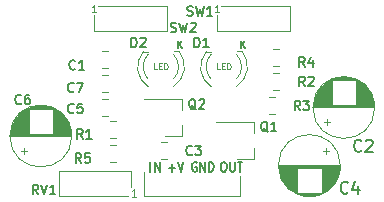
<source format=gbr>
%TF.GenerationSoftware,KiCad,Pcbnew,(5.99.0-2965-g3673c2369)*%
%TF.CreationDate,2020-08-27T12:58:16+03:00*%
%TF.ProjectId,aceitera,61636569-7465-4726-912e-6b696361645f,rev?*%
%TF.SameCoordinates,Original*%
%TF.FileFunction,Legend,Top*%
%TF.FilePolarity,Positive*%
%FSLAX46Y46*%
G04 Gerber Fmt 4.6, Leading zero omitted, Abs format (unit mm)*
G04 Created by KiCad (PCBNEW (5.99.0-2965-g3673c2369)) date 2020-08-27 12:58:16*
%MOMM*%
%LPD*%
G01*
G04 APERTURE LIST*
%ADD10C,0.127000*%
%ADD11C,0.100000*%
%ADD12C,0.150000*%
%ADD13C,0.120000*%
%ADD14O,1.350000X1.350000*%
%ADD15R,1.350000X1.350000*%
%ADD16C,1.600000*%
%ADD17R,1.600000X1.600000*%
%ADD18R,1.900000X0.800000*%
%ADD19C,1.800000*%
%ADD20R,1.800000X1.800000*%
G04 APERTURE END LIST*
D10*
%TO.C,SW2*%
X115138333Y-77158809D02*
X115252619Y-77196904D01*
X115443095Y-77196904D01*
X115519285Y-77158809D01*
X115557380Y-77120714D01*
X115595476Y-77044523D01*
X115595476Y-76968333D01*
X115557380Y-76892142D01*
X115519285Y-76854047D01*
X115443095Y-76815952D01*
X115290714Y-76777857D01*
X115214523Y-76739761D01*
X115176428Y-76701666D01*
X115138333Y-76625476D01*
X115138333Y-76549285D01*
X115176428Y-76473095D01*
X115214523Y-76435000D01*
X115290714Y-76396904D01*
X115481190Y-76396904D01*
X115595476Y-76435000D01*
X115862142Y-76396904D02*
X116052619Y-77196904D01*
X116205000Y-76625476D01*
X116357380Y-77196904D01*
X116547857Y-76396904D01*
X116814523Y-76473095D02*
X116852619Y-76435000D01*
X116928809Y-76396904D01*
X117119285Y-76396904D01*
X117195476Y-76435000D01*
X117233571Y-76473095D01*
X117271666Y-76549285D01*
X117271666Y-76625476D01*
X117233571Y-76739761D01*
X116776428Y-77196904D01*
X117271666Y-77196904D01*
D11*
X108807228Y-75531628D02*
X108464371Y-75531628D01*
X108635800Y-75531628D02*
X108635800Y-74931628D01*
X108578657Y-75017342D01*
X108521514Y-75074485D01*
X108464371Y-75103057D01*
D10*
%TO.C,SW1*%
X116535333Y-75761809D02*
X116649619Y-75799904D01*
X116840095Y-75799904D01*
X116916285Y-75761809D01*
X116954380Y-75723714D01*
X116992476Y-75647523D01*
X116992476Y-75571333D01*
X116954380Y-75495142D01*
X116916285Y-75457047D01*
X116840095Y-75418952D01*
X116687714Y-75380857D01*
X116611523Y-75342761D01*
X116573428Y-75304666D01*
X116535333Y-75228476D01*
X116535333Y-75152285D01*
X116573428Y-75076095D01*
X116611523Y-75038000D01*
X116687714Y-74999904D01*
X116878190Y-74999904D01*
X116992476Y-75038000D01*
X117259142Y-74999904D02*
X117449619Y-75799904D01*
X117602000Y-75228476D01*
X117754380Y-75799904D01*
X117944857Y-74999904D01*
X118668666Y-75799904D02*
X118211523Y-75799904D01*
X118440095Y-75799904D02*
X118440095Y-74999904D01*
X118363904Y-75114190D01*
X118287714Y-75190380D01*
X118211523Y-75228476D01*
D11*
X119221228Y-75531628D02*
X118878371Y-75531628D01*
X119049800Y-75531628D02*
X119049800Y-74931628D01*
X118992657Y-75017342D01*
X118935514Y-75074485D01*
X118878371Y-75103057D01*
D10*
%TO.C,RV1*%
X103917809Y-90912904D02*
X103651142Y-90531952D01*
X103460666Y-90912904D02*
X103460666Y-90112904D01*
X103765428Y-90112904D01*
X103841619Y-90151000D01*
X103879714Y-90189095D01*
X103917809Y-90265285D01*
X103917809Y-90379571D01*
X103879714Y-90455761D01*
X103841619Y-90493857D01*
X103765428Y-90531952D01*
X103460666Y-90531952D01*
X104146380Y-90112904D02*
X104413047Y-90912904D01*
X104679714Y-90112904D01*
X105365428Y-90912904D02*
X104908285Y-90912904D01*
X105136857Y-90912904D02*
X105136857Y-90112904D01*
X105060666Y-90227190D01*
X104984476Y-90303380D01*
X104908285Y-90341476D01*
D11*
X112185428Y-91127228D02*
X111842571Y-91127228D01*
X112014000Y-91127228D02*
X112014000Y-90527228D01*
X111956857Y-90612942D01*
X111899714Y-90670085D01*
X111842571Y-90698657D01*
D10*
%TO.C,J1*%
X114977933Y-88703142D02*
X115511266Y-88703142D01*
X115244600Y-89007904D02*
X115244600Y-88398380D01*
X115744600Y-88207904D02*
X115977933Y-89007904D01*
X116211266Y-88207904D01*
X117322666Y-88246000D02*
X117256000Y-88207904D01*
X117156000Y-88207904D01*
X117056000Y-88246000D01*
X116989333Y-88322190D01*
X116956000Y-88398380D01*
X116922666Y-88550761D01*
X116922666Y-88665047D01*
X116956000Y-88817428D01*
X116989333Y-88893619D01*
X117056000Y-88969809D01*
X117156000Y-89007904D01*
X117222666Y-89007904D01*
X117322666Y-88969809D01*
X117356000Y-88931714D01*
X117356000Y-88665047D01*
X117222666Y-88665047D01*
X117656000Y-89007904D02*
X117656000Y-88207904D01*
X118056000Y-89007904D01*
X118056000Y-88207904D01*
X118389333Y-89007904D02*
X118389333Y-88207904D01*
X118556000Y-88207904D01*
X118656000Y-88246000D01*
X118722666Y-88322190D01*
X118756000Y-88398380D01*
X118789333Y-88550761D01*
X118789333Y-88665047D01*
X118756000Y-88817428D01*
X118722666Y-88893619D01*
X118656000Y-88969809D01*
X118556000Y-89007904D01*
X118389333Y-89007904D01*
X113398352Y-89007904D02*
X113398352Y-88207904D01*
X113779304Y-89007904D02*
X113779304Y-88207904D01*
X114236447Y-89007904D01*
X114236447Y-88207904D01*
X119569000Y-88207904D02*
X119702333Y-88207904D01*
X119769000Y-88246000D01*
X119835666Y-88322190D01*
X119869000Y-88474571D01*
X119869000Y-88741238D01*
X119835666Y-88893619D01*
X119769000Y-88969809D01*
X119702333Y-89007904D01*
X119569000Y-89007904D01*
X119502333Y-88969809D01*
X119435666Y-88893619D01*
X119402333Y-88741238D01*
X119402333Y-88474571D01*
X119435666Y-88322190D01*
X119502333Y-88246000D01*
X119569000Y-88207904D01*
X120169000Y-88207904D02*
X120169000Y-88855523D01*
X120202333Y-88931714D01*
X120235666Y-88969809D01*
X120302333Y-89007904D01*
X120435666Y-89007904D01*
X120502333Y-88969809D01*
X120535666Y-88931714D01*
X120569000Y-88855523D01*
X120569000Y-88207904D01*
X120802333Y-88207904D02*
X121202333Y-88207904D01*
X121002333Y-89007904D02*
X121002333Y-88207904D01*
D12*
%TO.C,C5*%
X106927666Y-83978714D02*
X106889571Y-84016809D01*
X106775285Y-84054904D01*
X106699095Y-84054904D01*
X106584809Y-84016809D01*
X106508619Y-83940619D01*
X106470523Y-83864428D01*
X106432428Y-83712047D01*
X106432428Y-83597761D01*
X106470523Y-83445380D01*
X106508619Y-83369190D01*
X106584809Y-83293000D01*
X106699095Y-83254904D01*
X106775285Y-83254904D01*
X106889571Y-83293000D01*
X106927666Y-83331095D01*
X107651476Y-83254904D02*
X107270523Y-83254904D01*
X107232428Y-83635857D01*
X107270523Y-83597761D01*
X107346714Y-83559666D01*
X107537190Y-83559666D01*
X107613380Y-83597761D01*
X107651476Y-83635857D01*
X107689571Y-83712047D01*
X107689571Y-83902523D01*
X107651476Y-83978714D01*
X107613380Y-84016809D01*
X107537190Y-84054904D01*
X107346714Y-84054904D01*
X107270523Y-84016809D01*
X107232428Y-83978714D01*
%TO.C,C4*%
X130135333Y-90781142D02*
X130087714Y-90828761D01*
X129944857Y-90876380D01*
X129849619Y-90876380D01*
X129706761Y-90828761D01*
X129611523Y-90733523D01*
X129563904Y-90638285D01*
X129516285Y-90447809D01*
X129516285Y-90304952D01*
X129563904Y-90114476D01*
X129611523Y-90019238D01*
X129706761Y-89924000D01*
X129849619Y-89876380D01*
X129944857Y-89876380D01*
X130087714Y-89924000D01*
X130135333Y-89971619D01*
X130992476Y-90209714D02*
X130992476Y-90876380D01*
X130754380Y-89828761D02*
X130516285Y-90543047D01*
X131135333Y-90543047D01*
%TO.C,Q2*%
X117271809Y-83750095D02*
X117195619Y-83712000D01*
X117119428Y-83635809D01*
X117005142Y-83521523D01*
X116928952Y-83483428D01*
X116852761Y-83483428D01*
X116890857Y-83673904D02*
X116814666Y-83635809D01*
X116738476Y-83559619D01*
X116700380Y-83407238D01*
X116700380Y-83140571D01*
X116738476Y-82988190D01*
X116814666Y-82912000D01*
X116890857Y-82873904D01*
X117043238Y-82873904D01*
X117119428Y-82912000D01*
X117195619Y-82988190D01*
X117233714Y-83140571D01*
X117233714Y-83407238D01*
X117195619Y-83559619D01*
X117119428Y-83635809D01*
X117043238Y-83673904D01*
X116890857Y-83673904D01*
X117538476Y-82950095D02*
X117576571Y-82912000D01*
X117652761Y-82873904D01*
X117843238Y-82873904D01*
X117919428Y-82912000D01*
X117957523Y-82950095D01*
X117995619Y-83026285D01*
X117995619Y-83102476D01*
X117957523Y-83216761D01*
X117500380Y-83673904D01*
X117995619Y-83673904D01*
%TO.C,R3*%
X126104666Y-83800904D02*
X125838000Y-83419952D01*
X125647523Y-83800904D02*
X125647523Y-83000904D01*
X125952285Y-83000904D01*
X126028476Y-83039000D01*
X126066571Y-83077095D01*
X126104666Y-83153285D01*
X126104666Y-83267571D01*
X126066571Y-83343761D01*
X126028476Y-83381857D01*
X125952285Y-83419952D01*
X125647523Y-83419952D01*
X126371333Y-83000904D02*
X126866571Y-83000904D01*
X126599904Y-83305666D01*
X126714190Y-83305666D01*
X126790380Y-83343761D01*
X126828476Y-83381857D01*
X126866571Y-83458047D01*
X126866571Y-83648523D01*
X126828476Y-83724714D01*
X126790380Y-83762809D01*
X126714190Y-83800904D01*
X126485619Y-83800904D01*
X126409428Y-83762809D01*
X126371333Y-83724714D01*
%TO.C,R4*%
X126485666Y-80117904D02*
X126219000Y-79736952D01*
X126028523Y-80117904D02*
X126028523Y-79317904D01*
X126333285Y-79317904D01*
X126409476Y-79356000D01*
X126447571Y-79394095D01*
X126485666Y-79470285D01*
X126485666Y-79584571D01*
X126447571Y-79660761D01*
X126409476Y-79698857D01*
X126333285Y-79736952D01*
X126028523Y-79736952D01*
X127171380Y-79584571D02*
X127171380Y-80117904D01*
X126980904Y-79279809D02*
X126790428Y-79851238D01*
X127285666Y-79851238D01*
%TO.C,R2*%
X126485666Y-81768904D02*
X126219000Y-81387952D01*
X126028523Y-81768904D02*
X126028523Y-80968904D01*
X126333285Y-80968904D01*
X126409476Y-81007000D01*
X126447571Y-81045095D01*
X126485666Y-81121285D01*
X126485666Y-81235571D01*
X126447571Y-81311761D01*
X126409476Y-81349857D01*
X126333285Y-81387952D01*
X126028523Y-81387952D01*
X126790428Y-81045095D02*
X126828523Y-81007000D01*
X126904714Y-80968904D01*
X127095190Y-80968904D01*
X127171380Y-81007000D01*
X127209476Y-81045095D01*
X127247571Y-81121285D01*
X127247571Y-81197476D01*
X127209476Y-81311761D01*
X126752333Y-81768904D01*
X127247571Y-81768904D01*
%TO.C,C6*%
X102482666Y-83216714D02*
X102444571Y-83254809D01*
X102330285Y-83292904D01*
X102254095Y-83292904D01*
X102139809Y-83254809D01*
X102063619Y-83178619D01*
X102025523Y-83102428D01*
X101987428Y-82950047D01*
X101987428Y-82835761D01*
X102025523Y-82683380D01*
X102063619Y-82607190D01*
X102139809Y-82531000D01*
X102254095Y-82492904D01*
X102330285Y-82492904D01*
X102444571Y-82531000D01*
X102482666Y-82569095D01*
X103168380Y-82492904D02*
X103016000Y-82492904D01*
X102939809Y-82531000D01*
X102901714Y-82569095D01*
X102825523Y-82683380D01*
X102787428Y-82835761D01*
X102787428Y-83140523D01*
X102825523Y-83216714D01*
X102863619Y-83254809D01*
X102939809Y-83292904D01*
X103092190Y-83292904D01*
X103168380Y-83254809D01*
X103206476Y-83216714D01*
X103244571Y-83140523D01*
X103244571Y-82950047D01*
X103206476Y-82873857D01*
X103168380Y-82835761D01*
X103092190Y-82797666D01*
X102939809Y-82797666D01*
X102863619Y-82835761D01*
X102825523Y-82873857D01*
X102787428Y-82950047D01*
%TO.C,C2*%
X131278333Y-87225142D02*
X131230714Y-87272761D01*
X131087857Y-87320380D01*
X130992619Y-87320380D01*
X130849761Y-87272761D01*
X130754523Y-87177523D01*
X130706904Y-87082285D01*
X130659285Y-86891809D01*
X130659285Y-86748952D01*
X130706904Y-86558476D01*
X130754523Y-86463238D01*
X130849761Y-86368000D01*
X130992619Y-86320380D01*
X131087857Y-86320380D01*
X131230714Y-86368000D01*
X131278333Y-86415619D01*
X131659285Y-86415619D02*
X131706904Y-86368000D01*
X131802142Y-86320380D01*
X132040238Y-86320380D01*
X132135476Y-86368000D01*
X132183095Y-86415619D01*
X132230714Y-86510857D01*
X132230714Y-86606095D01*
X132183095Y-86748952D01*
X131611666Y-87320380D01*
X132230714Y-87320380D01*
%TO.C,R1*%
X107689666Y-86213904D02*
X107423000Y-85832952D01*
X107232523Y-86213904D02*
X107232523Y-85413904D01*
X107537285Y-85413904D01*
X107613476Y-85452000D01*
X107651571Y-85490095D01*
X107689666Y-85566285D01*
X107689666Y-85680571D01*
X107651571Y-85756761D01*
X107613476Y-85794857D01*
X107537285Y-85832952D01*
X107232523Y-85832952D01*
X108451571Y-86213904D02*
X107994428Y-86213904D01*
X108223000Y-86213904D02*
X108223000Y-85413904D01*
X108146809Y-85528190D01*
X108070619Y-85604380D01*
X107994428Y-85642476D01*
%TO.C,Q1*%
X123367809Y-85655095D02*
X123291619Y-85617000D01*
X123215428Y-85540809D01*
X123101142Y-85426523D01*
X123024952Y-85388428D01*
X122948761Y-85388428D01*
X122986857Y-85578904D02*
X122910666Y-85540809D01*
X122834476Y-85464619D01*
X122796380Y-85312238D01*
X122796380Y-85045571D01*
X122834476Y-84893190D01*
X122910666Y-84817000D01*
X122986857Y-84778904D01*
X123139238Y-84778904D01*
X123215428Y-84817000D01*
X123291619Y-84893190D01*
X123329714Y-85045571D01*
X123329714Y-85312238D01*
X123291619Y-85464619D01*
X123215428Y-85540809D01*
X123139238Y-85578904D01*
X122986857Y-85578904D01*
X124091619Y-85578904D02*
X123634476Y-85578904D01*
X123863047Y-85578904D02*
X123863047Y-84778904D01*
X123786857Y-84893190D01*
X123710666Y-84969380D01*
X123634476Y-85007476D01*
%TO.C,D2*%
X111804523Y-78466904D02*
X111804523Y-77666904D01*
X111995000Y-77666904D01*
X112109285Y-77705000D01*
X112185476Y-77781190D01*
X112223571Y-77857380D01*
X112261666Y-78009761D01*
X112261666Y-78124047D01*
X112223571Y-78276428D01*
X112185476Y-78352619D01*
X112109285Y-78428809D01*
X111995000Y-78466904D01*
X111804523Y-78466904D01*
X112566428Y-77743095D02*
X112604523Y-77705000D01*
X112680714Y-77666904D01*
X112871190Y-77666904D01*
X112947380Y-77705000D01*
X112985476Y-77743095D01*
X113023571Y-77819285D01*
X113023571Y-77895476D01*
X112985476Y-78009761D01*
X112528333Y-78466904D01*
X113023571Y-78466904D01*
D10*
X115717657Y-78528828D02*
X115717657Y-77928828D01*
X116060514Y-78528828D02*
X115803371Y-78185971D01*
X116060514Y-77928828D02*
X115717657Y-78271685D01*
D11*
X113978571Y-80363190D02*
X113740476Y-80363190D01*
X113740476Y-79863190D01*
X114145238Y-80101285D02*
X114311904Y-80101285D01*
X114383333Y-80363190D02*
X114145238Y-80363190D01*
X114145238Y-79863190D01*
X114383333Y-79863190D01*
X114597619Y-80363190D02*
X114597619Y-79863190D01*
X114716666Y-79863190D01*
X114788095Y-79887000D01*
X114835714Y-79934619D01*
X114859523Y-79982238D01*
X114883333Y-80077476D01*
X114883333Y-80148904D01*
X114859523Y-80244142D01*
X114835714Y-80291761D01*
X114788095Y-80339380D01*
X114716666Y-80363190D01*
X114597619Y-80363190D01*
D12*
%TO.C,C7*%
X106927666Y-82200714D02*
X106889571Y-82238809D01*
X106775285Y-82276904D01*
X106699095Y-82276904D01*
X106584809Y-82238809D01*
X106508619Y-82162619D01*
X106470523Y-82086428D01*
X106432428Y-81934047D01*
X106432428Y-81819761D01*
X106470523Y-81667380D01*
X106508619Y-81591190D01*
X106584809Y-81515000D01*
X106699095Y-81476904D01*
X106775285Y-81476904D01*
X106889571Y-81515000D01*
X106927666Y-81553095D01*
X107194333Y-81476904D02*
X107727666Y-81476904D01*
X107384809Y-82276904D01*
%TO.C,C1*%
X107054666Y-80295714D02*
X107016571Y-80333809D01*
X106902285Y-80371904D01*
X106826095Y-80371904D01*
X106711809Y-80333809D01*
X106635619Y-80257619D01*
X106597523Y-80181428D01*
X106559428Y-80029047D01*
X106559428Y-79914761D01*
X106597523Y-79762380D01*
X106635619Y-79686190D01*
X106711809Y-79610000D01*
X106826095Y-79571904D01*
X106902285Y-79571904D01*
X107016571Y-79610000D01*
X107054666Y-79648095D01*
X107816571Y-80371904D02*
X107359428Y-80371904D01*
X107588000Y-80371904D02*
X107588000Y-79571904D01*
X107511809Y-79686190D01*
X107435619Y-79762380D01*
X107359428Y-79800476D01*
%TO.C,R5*%
X107562666Y-88245904D02*
X107296000Y-87864952D01*
X107105523Y-88245904D02*
X107105523Y-87445904D01*
X107410285Y-87445904D01*
X107486476Y-87484000D01*
X107524571Y-87522095D01*
X107562666Y-87598285D01*
X107562666Y-87712571D01*
X107524571Y-87788761D01*
X107486476Y-87826857D01*
X107410285Y-87864952D01*
X107105523Y-87864952D01*
X108286476Y-87445904D02*
X107905523Y-87445904D01*
X107867428Y-87826857D01*
X107905523Y-87788761D01*
X107981714Y-87750666D01*
X108172190Y-87750666D01*
X108248380Y-87788761D01*
X108286476Y-87826857D01*
X108324571Y-87903047D01*
X108324571Y-88093523D01*
X108286476Y-88169714D01*
X108248380Y-88207809D01*
X108172190Y-88245904D01*
X107981714Y-88245904D01*
X107905523Y-88207809D01*
X107867428Y-88169714D01*
%TO.C,D1*%
X117138523Y-78466904D02*
X117138523Y-77666904D01*
X117329000Y-77666904D01*
X117443285Y-77705000D01*
X117519476Y-77781190D01*
X117557571Y-77857380D01*
X117595666Y-78009761D01*
X117595666Y-78124047D01*
X117557571Y-78276428D01*
X117519476Y-78352619D01*
X117443285Y-78428809D01*
X117329000Y-78466904D01*
X117138523Y-78466904D01*
X118357571Y-78466904D02*
X117900428Y-78466904D01*
X118129000Y-78466904D02*
X118129000Y-77666904D01*
X118052809Y-77781190D01*
X117976619Y-77857380D01*
X117900428Y-77895476D01*
D10*
X121051657Y-78528828D02*
X121051657Y-77928828D01*
X121394514Y-78528828D02*
X121137371Y-78185971D01*
X121394514Y-77928828D02*
X121051657Y-78271685D01*
D11*
X119312571Y-80363190D02*
X119074476Y-80363190D01*
X119074476Y-79863190D01*
X119479238Y-80101285D02*
X119645904Y-80101285D01*
X119717333Y-80363190D02*
X119479238Y-80363190D01*
X119479238Y-79863190D01*
X119717333Y-79863190D01*
X119931619Y-80363190D02*
X119931619Y-79863190D01*
X120050666Y-79863190D01*
X120122095Y-79887000D01*
X120169714Y-79934619D01*
X120193523Y-79982238D01*
X120217333Y-80077476D01*
X120217333Y-80148904D01*
X120193523Y-80244142D01*
X120169714Y-80291761D01*
X120122095Y-80339380D01*
X120050666Y-80363190D01*
X119931619Y-80363190D01*
D12*
%TO.C,C3*%
X116960666Y-87534714D02*
X116922571Y-87572809D01*
X116808285Y-87610904D01*
X116732095Y-87610904D01*
X116617809Y-87572809D01*
X116541619Y-87496619D01*
X116503523Y-87420428D01*
X116465428Y-87268047D01*
X116465428Y-87153761D01*
X116503523Y-87001380D01*
X116541619Y-86925190D01*
X116617809Y-86849000D01*
X116732095Y-86810904D01*
X116808285Y-86810904D01*
X116922571Y-86849000D01*
X116960666Y-86887095D01*
X117227333Y-86810904D02*
X117722571Y-86810904D01*
X117455904Y-87115666D01*
X117570190Y-87115666D01*
X117646380Y-87153761D01*
X117684476Y-87191857D01*
X117722571Y-87268047D01*
X117722571Y-87458523D01*
X117684476Y-87534714D01*
X117646380Y-87572809D01*
X117570190Y-87610904D01*
X117341619Y-87610904D01*
X117265428Y-87572809D01*
X117227333Y-87534714D01*
D13*
%TO.C,SW2*%
X108659219Y-77143834D02*
X108661200Y-75793600D01*
X108940600Y-75013000D02*
X114788000Y-75013000D01*
X108661200Y-77139800D02*
X114788000Y-77133000D01*
X114788000Y-77133000D02*
X114788000Y-75013000D01*
%TO.C,SW1*%
X119073219Y-77143834D02*
X119075200Y-75793600D01*
X119354600Y-75013000D02*
X125202000Y-75013000D01*
X119075200Y-77139800D02*
X125202000Y-77133000D01*
X125202000Y-77133000D02*
X125202000Y-75013000D01*
%TO.C,RV1*%
X111812781Y-88972166D02*
X111810800Y-90322400D01*
X111531400Y-91103000D02*
X105684000Y-91103000D01*
X111810800Y-88976200D02*
X105684000Y-88983000D01*
X105684000Y-88983000D02*
X105684000Y-91103000D01*
%TO.C,J1*%
X112903000Y-91121555D02*
X120979000Y-91121555D01*
X112915685Y-91110571D02*
X112915685Y-89020167D01*
X120979000Y-91103000D02*
X120980200Y-89382600D01*
%TO.C,C5*%
X109862252Y-82856000D02*
X109339748Y-82856000D01*
X109862252Y-84276000D02*
X109339748Y-84276000D01*
%TO.C,C4*%
X128520000Y-87249000D02*
X128020000Y-87249000D01*
X128270000Y-86999000D02*
X128270000Y-87499000D01*
X127157000Y-91100000D02*
X126589000Y-91100000D01*
X127391000Y-91060000D02*
X126355000Y-91060000D01*
X127550000Y-91020000D02*
X126196000Y-91020000D01*
X127678000Y-90980000D02*
X126068000Y-90980000D01*
X127788000Y-90940000D02*
X125958000Y-90940000D01*
X127884000Y-90900000D02*
X125862000Y-90900000D01*
X127971000Y-90860000D02*
X125775000Y-90860000D01*
X128051000Y-90820000D02*
X125695000Y-90820000D01*
X125833000Y-90780000D02*
X125622000Y-90780000D01*
X128124000Y-90780000D02*
X127913000Y-90780000D01*
X125833000Y-90740000D02*
X125554000Y-90740000D01*
X128192000Y-90740000D02*
X127913000Y-90740000D01*
X125833000Y-90700000D02*
X125490000Y-90700000D01*
X128256000Y-90700000D02*
X127913000Y-90700000D01*
X125833000Y-90660000D02*
X125430000Y-90660000D01*
X128316000Y-90660000D02*
X127913000Y-90660000D01*
X125833000Y-90620000D02*
X125373000Y-90620000D01*
X128373000Y-90620000D02*
X127913000Y-90620000D01*
X125833000Y-90580000D02*
X125319000Y-90580000D01*
X128427000Y-90580000D02*
X127913000Y-90580000D01*
X125833000Y-90540000D02*
X125268000Y-90540000D01*
X128478000Y-90540000D02*
X127913000Y-90540000D01*
X125833000Y-90500000D02*
X125220000Y-90500000D01*
X128526000Y-90500000D02*
X127913000Y-90500000D01*
X125833000Y-90460000D02*
X125174000Y-90460000D01*
X128572000Y-90460000D02*
X127913000Y-90460000D01*
X125833000Y-90420000D02*
X125130000Y-90420000D01*
X128616000Y-90420000D02*
X127913000Y-90420000D01*
X125833000Y-90380000D02*
X125088000Y-90380000D01*
X128658000Y-90380000D02*
X127913000Y-90380000D01*
X125833000Y-90340000D02*
X125047000Y-90340000D01*
X128699000Y-90340000D02*
X127913000Y-90340000D01*
X125833000Y-90300000D02*
X125009000Y-90300000D01*
X128737000Y-90300000D02*
X127913000Y-90300000D01*
X125833000Y-90260000D02*
X124972000Y-90260000D01*
X128774000Y-90260000D02*
X127913000Y-90260000D01*
X125833000Y-90220000D02*
X124936000Y-90220000D01*
X128810000Y-90220000D02*
X127913000Y-90220000D01*
X125833000Y-90180000D02*
X124902000Y-90180000D01*
X128844000Y-90180000D02*
X127913000Y-90180000D01*
X125833000Y-90140000D02*
X124869000Y-90140000D01*
X128877000Y-90140000D02*
X127913000Y-90140000D01*
X125833000Y-90100000D02*
X124838000Y-90100000D01*
X128908000Y-90100000D02*
X127913000Y-90100000D01*
X125833000Y-90060000D02*
X124808000Y-90060000D01*
X128938000Y-90060000D02*
X127913000Y-90060000D01*
X125833000Y-90020000D02*
X124778000Y-90020000D01*
X128968000Y-90020000D02*
X127913000Y-90020000D01*
X125833000Y-89980000D02*
X124751000Y-89980000D01*
X128995000Y-89980000D02*
X127913000Y-89980000D01*
X125833000Y-89940000D02*
X124724000Y-89940000D01*
X129022000Y-89940000D02*
X127913000Y-89940000D01*
X125833000Y-89900000D02*
X124698000Y-89900000D01*
X129048000Y-89900000D02*
X127913000Y-89900000D01*
X125833000Y-89860000D02*
X124673000Y-89860000D01*
X129073000Y-89860000D02*
X127913000Y-89860000D01*
X125833000Y-89820000D02*
X124649000Y-89820000D01*
X129097000Y-89820000D02*
X127913000Y-89820000D01*
X125833000Y-89780000D02*
X124626000Y-89780000D01*
X129120000Y-89780000D02*
X127913000Y-89780000D01*
X125833000Y-89740000D02*
X124605000Y-89740000D01*
X129141000Y-89740000D02*
X127913000Y-89740000D01*
X125833000Y-89700000D02*
X124583000Y-89700000D01*
X129163000Y-89700000D02*
X127913000Y-89700000D01*
X125833000Y-89660000D02*
X124563000Y-89660000D01*
X129183000Y-89660000D02*
X127913000Y-89660000D01*
X125833000Y-89620000D02*
X124544000Y-89620000D01*
X129202000Y-89620000D02*
X127913000Y-89620000D01*
X125833000Y-89580000D02*
X124525000Y-89580000D01*
X129221000Y-89580000D02*
X127913000Y-89580000D01*
X125833000Y-89540000D02*
X124508000Y-89540000D01*
X129238000Y-89540000D02*
X127913000Y-89540000D01*
X125833000Y-89500000D02*
X124491000Y-89500000D01*
X129255000Y-89500000D02*
X127913000Y-89500000D01*
X125833000Y-89460000D02*
X124475000Y-89460000D01*
X129271000Y-89460000D02*
X127913000Y-89460000D01*
X125833000Y-89420000D02*
X124459000Y-89420000D01*
X129287000Y-89420000D02*
X127913000Y-89420000D01*
X125833000Y-89380000D02*
X124445000Y-89380000D01*
X129301000Y-89380000D02*
X127913000Y-89380000D01*
X125833000Y-89340000D02*
X124431000Y-89340000D01*
X129315000Y-89340000D02*
X127913000Y-89340000D01*
X125833000Y-89300000D02*
X124418000Y-89300000D01*
X129328000Y-89300000D02*
X127913000Y-89300000D01*
X125833000Y-89260000D02*
X124405000Y-89260000D01*
X129341000Y-89260000D02*
X127913000Y-89260000D01*
X125833000Y-89220000D02*
X124393000Y-89220000D01*
X129353000Y-89220000D02*
X127913000Y-89220000D01*
X125833000Y-89179000D02*
X124382000Y-89179000D01*
X129364000Y-89179000D02*
X127913000Y-89179000D01*
X125833000Y-89139000D02*
X124372000Y-89139000D01*
X129374000Y-89139000D02*
X127913000Y-89139000D01*
X125833000Y-89099000D02*
X124362000Y-89099000D01*
X129384000Y-89099000D02*
X127913000Y-89099000D01*
X125833000Y-89059000D02*
X124353000Y-89059000D01*
X129393000Y-89059000D02*
X127913000Y-89059000D01*
X125833000Y-89019000D02*
X124345000Y-89019000D01*
X129401000Y-89019000D02*
X127913000Y-89019000D01*
X125833000Y-88979000D02*
X124337000Y-88979000D01*
X129409000Y-88979000D02*
X127913000Y-88979000D01*
X125833000Y-88939000D02*
X124330000Y-88939000D01*
X129416000Y-88939000D02*
X127913000Y-88939000D01*
X125833000Y-88899000D02*
X124323000Y-88899000D01*
X129423000Y-88899000D02*
X127913000Y-88899000D01*
X125833000Y-88859000D02*
X124317000Y-88859000D01*
X129429000Y-88859000D02*
X127913000Y-88859000D01*
X125833000Y-88819000D02*
X124312000Y-88819000D01*
X129434000Y-88819000D02*
X127913000Y-88819000D01*
X125833000Y-88779000D02*
X124308000Y-88779000D01*
X129438000Y-88779000D02*
X127913000Y-88779000D01*
X125833000Y-88739000D02*
X124304000Y-88739000D01*
X129442000Y-88739000D02*
X127913000Y-88739000D01*
X129446000Y-88699000D02*
X124300000Y-88699000D01*
X129449000Y-88659000D02*
X124297000Y-88659000D01*
X129451000Y-88619000D02*
X124295000Y-88619000D01*
X129452000Y-88579000D02*
X124294000Y-88579000D01*
X129453000Y-88539000D02*
X124293000Y-88539000D01*
X129453000Y-88499000D02*
X124293000Y-88499000D01*
X129493000Y-88499000D02*
G75*
G03*
X129493000Y-88499000I-2620000J0D01*
G01*
%TO.C,Q2*%
X116076000Y-86035000D02*
X114616000Y-86035000D01*
X116076000Y-82875000D02*
X112916000Y-82875000D01*
X116076000Y-82875000D02*
X116076000Y-83805000D01*
X116076000Y-86035000D02*
X116076000Y-85105000D01*
%TO.C,R3*%
X123436748Y-84149000D02*
X123959252Y-84149000D01*
X123436748Y-82729000D02*
X123959252Y-82729000D01*
%TO.C,R4*%
X124340252Y-78665000D02*
X123817748Y-78665000D01*
X124340252Y-80085000D02*
X123817748Y-80085000D01*
%TO.C,R2*%
X123817748Y-82117000D02*
X124340252Y-82117000D01*
X123817748Y-80697000D02*
X124340252Y-80697000D01*
%TO.C,C6*%
X102493000Y-87249000D02*
X102993000Y-87249000D01*
X102743000Y-87499000D02*
X102743000Y-86999000D01*
X103856000Y-83398000D02*
X104424000Y-83398000D01*
X103622000Y-83438000D02*
X104658000Y-83438000D01*
X103463000Y-83478000D02*
X104817000Y-83478000D01*
X103335000Y-83518000D02*
X104945000Y-83518000D01*
X103225000Y-83558000D02*
X105055000Y-83558000D01*
X103129000Y-83598000D02*
X105151000Y-83598000D01*
X103042000Y-83638000D02*
X105238000Y-83638000D01*
X102962000Y-83678000D02*
X105318000Y-83678000D01*
X105180000Y-83718000D02*
X105391000Y-83718000D01*
X102889000Y-83718000D02*
X103100000Y-83718000D01*
X105180000Y-83758000D02*
X105459000Y-83758000D01*
X102821000Y-83758000D02*
X103100000Y-83758000D01*
X105180000Y-83798000D02*
X105523000Y-83798000D01*
X102757000Y-83798000D02*
X103100000Y-83798000D01*
X105180000Y-83838000D02*
X105583000Y-83838000D01*
X102697000Y-83838000D02*
X103100000Y-83838000D01*
X105180000Y-83878000D02*
X105640000Y-83878000D01*
X102640000Y-83878000D02*
X103100000Y-83878000D01*
X105180000Y-83918000D02*
X105694000Y-83918000D01*
X102586000Y-83918000D02*
X103100000Y-83918000D01*
X105180000Y-83958000D02*
X105745000Y-83958000D01*
X102535000Y-83958000D02*
X103100000Y-83958000D01*
X105180000Y-83998000D02*
X105793000Y-83998000D01*
X102487000Y-83998000D02*
X103100000Y-83998000D01*
X105180000Y-84038000D02*
X105839000Y-84038000D01*
X102441000Y-84038000D02*
X103100000Y-84038000D01*
X105180000Y-84078000D02*
X105883000Y-84078000D01*
X102397000Y-84078000D02*
X103100000Y-84078000D01*
X105180000Y-84118000D02*
X105925000Y-84118000D01*
X102355000Y-84118000D02*
X103100000Y-84118000D01*
X105180000Y-84158000D02*
X105966000Y-84158000D01*
X102314000Y-84158000D02*
X103100000Y-84158000D01*
X105180000Y-84198000D02*
X106004000Y-84198000D01*
X102276000Y-84198000D02*
X103100000Y-84198000D01*
X105180000Y-84238000D02*
X106041000Y-84238000D01*
X102239000Y-84238000D02*
X103100000Y-84238000D01*
X105180000Y-84278000D02*
X106077000Y-84278000D01*
X102203000Y-84278000D02*
X103100000Y-84278000D01*
X105180000Y-84318000D02*
X106111000Y-84318000D01*
X102169000Y-84318000D02*
X103100000Y-84318000D01*
X105180000Y-84358000D02*
X106144000Y-84358000D01*
X102136000Y-84358000D02*
X103100000Y-84358000D01*
X105180000Y-84398000D02*
X106175000Y-84398000D01*
X102105000Y-84398000D02*
X103100000Y-84398000D01*
X105180000Y-84438000D02*
X106205000Y-84438000D01*
X102075000Y-84438000D02*
X103100000Y-84438000D01*
X105180000Y-84478000D02*
X106235000Y-84478000D01*
X102045000Y-84478000D02*
X103100000Y-84478000D01*
X105180000Y-84518000D02*
X106262000Y-84518000D01*
X102018000Y-84518000D02*
X103100000Y-84518000D01*
X105180000Y-84558000D02*
X106289000Y-84558000D01*
X101991000Y-84558000D02*
X103100000Y-84558000D01*
X105180000Y-84598000D02*
X106315000Y-84598000D01*
X101965000Y-84598000D02*
X103100000Y-84598000D01*
X105180000Y-84638000D02*
X106340000Y-84638000D01*
X101940000Y-84638000D02*
X103100000Y-84638000D01*
X105180000Y-84678000D02*
X106364000Y-84678000D01*
X101916000Y-84678000D02*
X103100000Y-84678000D01*
X105180000Y-84718000D02*
X106387000Y-84718000D01*
X101893000Y-84718000D02*
X103100000Y-84718000D01*
X105180000Y-84758000D02*
X106408000Y-84758000D01*
X101872000Y-84758000D02*
X103100000Y-84758000D01*
X105180000Y-84798000D02*
X106430000Y-84798000D01*
X101850000Y-84798000D02*
X103100000Y-84798000D01*
X105180000Y-84838000D02*
X106450000Y-84838000D01*
X101830000Y-84838000D02*
X103100000Y-84838000D01*
X105180000Y-84878000D02*
X106469000Y-84878000D01*
X101811000Y-84878000D02*
X103100000Y-84878000D01*
X105180000Y-84918000D02*
X106488000Y-84918000D01*
X101792000Y-84918000D02*
X103100000Y-84918000D01*
X105180000Y-84958000D02*
X106505000Y-84958000D01*
X101775000Y-84958000D02*
X103100000Y-84958000D01*
X105180000Y-84998000D02*
X106522000Y-84998000D01*
X101758000Y-84998000D02*
X103100000Y-84998000D01*
X105180000Y-85038000D02*
X106538000Y-85038000D01*
X101742000Y-85038000D02*
X103100000Y-85038000D01*
X105180000Y-85078000D02*
X106554000Y-85078000D01*
X101726000Y-85078000D02*
X103100000Y-85078000D01*
X105180000Y-85118000D02*
X106568000Y-85118000D01*
X101712000Y-85118000D02*
X103100000Y-85118000D01*
X105180000Y-85158000D02*
X106582000Y-85158000D01*
X101698000Y-85158000D02*
X103100000Y-85158000D01*
X105180000Y-85198000D02*
X106595000Y-85198000D01*
X101685000Y-85198000D02*
X103100000Y-85198000D01*
X105180000Y-85238000D02*
X106608000Y-85238000D01*
X101672000Y-85238000D02*
X103100000Y-85238000D01*
X105180000Y-85278000D02*
X106620000Y-85278000D01*
X101660000Y-85278000D02*
X103100000Y-85278000D01*
X105180000Y-85319000D02*
X106631000Y-85319000D01*
X101649000Y-85319000D02*
X103100000Y-85319000D01*
X105180000Y-85359000D02*
X106641000Y-85359000D01*
X101639000Y-85359000D02*
X103100000Y-85359000D01*
X105180000Y-85399000D02*
X106651000Y-85399000D01*
X101629000Y-85399000D02*
X103100000Y-85399000D01*
X105180000Y-85439000D02*
X106660000Y-85439000D01*
X101620000Y-85439000D02*
X103100000Y-85439000D01*
X105180000Y-85479000D02*
X106668000Y-85479000D01*
X101612000Y-85479000D02*
X103100000Y-85479000D01*
X105180000Y-85519000D02*
X106676000Y-85519000D01*
X101604000Y-85519000D02*
X103100000Y-85519000D01*
X105180000Y-85559000D02*
X106683000Y-85559000D01*
X101597000Y-85559000D02*
X103100000Y-85559000D01*
X105180000Y-85599000D02*
X106690000Y-85599000D01*
X101590000Y-85599000D02*
X103100000Y-85599000D01*
X105180000Y-85639000D02*
X106696000Y-85639000D01*
X101584000Y-85639000D02*
X103100000Y-85639000D01*
X105180000Y-85679000D02*
X106701000Y-85679000D01*
X101579000Y-85679000D02*
X103100000Y-85679000D01*
X105180000Y-85719000D02*
X106705000Y-85719000D01*
X101575000Y-85719000D02*
X103100000Y-85719000D01*
X105180000Y-85759000D02*
X106709000Y-85759000D01*
X101571000Y-85759000D02*
X103100000Y-85759000D01*
X101567000Y-85799000D02*
X106713000Y-85799000D01*
X101564000Y-85839000D02*
X106716000Y-85839000D01*
X101562000Y-85879000D02*
X106718000Y-85879000D01*
X101561000Y-85919000D02*
X106719000Y-85919000D01*
X101560000Y-85959000D02*
X106720000Y-85959000D01*
X101560000Y-85999000D02*
X106720000Y-85999000D01*
X106760000Y-85999000D02*
G75*
G03*
X106760000Y-85999000I-2620000J0D01*
G01*
%TO.C,C2*%
X128147000Y-84836000D02*
X128647000Y-84836000D01*
X128397000Y-85086000D02*
X128397000Y-84586000D01*
X129510000Y-80985000D02*
X130078000Y-80985000D01*
X129276000Y-81025000D02*
X130312000Y-81025000D01*
X129117000Y-81065000D02*
X130471000Y-81065000D01*
X128989000Y-81105000D02*
X130599000Y-81105000D01*
X128879000Y-81145000D02*
X130709000Y-81145000D01*
X128783000Y-81185000D02*
X130805000Y-81185000D01*
X128696000Y-81225000D02*
X130892000Y-81225000D01*
X128616000Y-81265000D02*
X130972000Y-81265000D01*
X130834000Y-81305000D02*
X131045000Y-81305000D01*
X128543000Y-81305000D02*
X128754000Y-81305000D01*
X130834000Y-81345000D02*
X131113000Y-81345000D01*
X128475000Y-81345000D02*
X128754000Y-81345000D01*
X130834000Y-81385000D02*
X131177000Y-81385000D01*
X128411000Y-81385000D02*
X128754000Y-81385000D01*
X130834000Y-81425000D02*
X131237000Y-81425000D01*
X128351000Y-81425000D02*
X128754000Y-81425000D01*
X130834000Y-81465000D02*
X131294000Y-81465000D01*
X128294000Y-81465000D02*
X128754000Y-81465000D01*
X130834000Y-81505000D02*
X131348000Y-81505000D01*
X128240000Y-81505000D02*
X128754000Y-81505000D01*
X130834000Y-81545000D02*
X131399000Y-81545000D01*
X128189000Y-81545000D02*
X128754000Y-81545000D01*
X130834000Y-81585000D02*
X131447000Y-81585000D01*
X128141000Y-81585000D02*
X128754000Y-81585000D01*
X130834000Y-81625000D02*
X131493000Y-81625000D01*
X128095000Y-81625000D02*
X128754000Y-81625000D01*
X130834000Y-81665000D02*
X131537000Y-81665000D01*
X128051000Y-81665000D02*
X128754000Y-81665000D01*
X130834000Y-81705000D02*
X131579000Y-81705000D01*
X128009000Y-81705000D02*
X128754000Y-81705000D01*
X130834000Y-81745000D02*
X131620000Y-81745000D01*
X127968000Y-81745000D02*
X128754000Y-81745000D01*
X130834000Y-81785000D02*
X131658000Y-81785000D01*
X127930000Y-81785000D02*
X128754000Y-81785000D01*
X130834000Y-81825000D02*
X131695000Y-81825000D01*
X127893000Y-81825000D02*
X128754000Y-81825000D01*
X130834000Y-81865000D02*
X131731000Y-81865000D01*
X127857000Y-81865000D02*
X128754000Y-81865000D01*
X130834000Y-81905000D02*
X131765000Y-81905000D01*
X127823000Y-81905000D02*
X128754000Y-81905000D01*
X130834000Y-81945000D02*
X131798000Y-81945000D01*
X127790000Y-81945000D02*
X128754000Y-81945000D01*
X130834000Y-81985000D02*
X131829000Y-81985000D01*
X127759000Y-81985000D02*
X128754000Y-81985000D01*
X130834000Y-82025000D02*
X131859000Y-82025000D01*
X127729000Y-82025000D02*
X128754000Y-82025000D01*
X130834000Y-82065000D02*
X131889000Y-82065000D01*
X127699000Y-82065000D02*
X128754000Y-82065000D01*
X130834000Y-82105000D02*
X131916000Y-82105000D01*
X127672000Y-82105000D02*
X128754000Y-82105000D01*
X130834000Y-82145000D02*
X131943000Y-82145000D01*
X127645000Y-82145000D02*
X128754000Y-82145000D01*
X130834000Y-82185000D02*
X131969000Y-82185000D01*
X127619000Y-82185000D02*
X128754000Y-82185000D01*
X130834000Y-82225000D02*
X131994000Y-82225000D01*
X127594000Y-82225000D02*
X128754000Y-82225000D01*
X130834000Y-82265000D02*
X132018000Y-82265000D01*
X127570000Y-82265000D02*
X128754000Y-82265000D01*
X130834000Y-82305000D02*
X132041000Y-82305000D01*
X127547000Y-82305000D02*
X128754000Y-82305000D01*
X130834000Y-82345000D02*
X132062000Y-82345000D01*
X127526000Y-82345000D02*
X128754000Y-82345000D01*
X130834000Y-82385000D02*
X132084000Y-82385000D01*
X127504000Y-82385000D02*
X128754000Y-82385000D01*
X130834000Y-82425000D02*
X132104000Y-82425000D01*
X127484000Y-82425000D02*
X128754000Y-82425000D01*
X130834000Y-82465000D02*
X132123000Y-82465000D01*
X127465000Y-82465000D02*
X128754000Y-82465000D01*
X130834000Y-82505000D02*
X132142000Y-82505000D01*
X127446000Y-82505000D02*
X128754000Y-82505000D01*
X130834000Y-82545000D02*
X132159000Y-82545000D01*
X127429000Y-82545000D02*
X128754000Y-82545000D01*
X130834000Y-82585000D02*
X132176000Y-82585000D01*
X127412000Y-82585000D02*
X128754000Y-82585000D01*
X130834000Y-82625000D02*
X132192000Y-82625000D01*
X127396000Y-82625000D02*
X128754000Y-82625000D01*
X130834000Y-82665000D02*
X132208000Y-82665000D01*
X127380000Y-82665000D02*
X128754000Y-82665000D01*
X130834000Y-82705000D02*
X132222000Y-82705000D01*
X127366000Y-82705000D02*
X128754000Y-82705000D01*
X130834000Y-82745000D02*
X132236000Y-82745000D01*
X127352000Y-82745000D02*
X128754000Y-82745000D01*
X130834000Y-82785000D02*
X132249000Y-82785000D01*
X127339000Y-82785000D02*
X128754000Y-82785000D01*
X130834000Y-82825000D02*
X132262000Y-82825000D01*
X127326000Y-82825000D02*
X128754000Y-82825000D01*
X130834000Y-82865000D02*
X132274000Y-82865000D01*
X127314000Y-82865000D02*
X128754000Y-82865000D01*
X130834000Y-82906000D02*
X132285000Y-82906000D01*
X127303000Y-82906000D02*
X128754000Y-82906000D01*
X130834000Y-82946000D02*
X132295000Y-82946000D01*
X127293000Y-82946000D02*
X128754000Y-82946000D01*
X130834000Y-82986000D02*
X132305000Y-82986000D01*
X127283000Y-82986000D02*
X128754000Y-82986000D01*
X130834000Y-83026000D02*
X132314000Y-83026000D01*
X127274000Y-83026000D02*
X128754000Y-83026000D01*
X130834000Y-83066000D02*
X132322000Y-83066000D01*
X127266000Y-83066000D02*
X128754000Y-83066000D01*
X130834000Y-83106000D02*
X132330000Y-83106000D01*
X127258000Y-83106000D02*
X128754000Y-83106000D01*
X130834000Y-83146000D02*
X132337000Y-83146000D01*
X127251000Y-83146000D02*
X128754000Y-83146000D01*
X130834000Y-83186000D02*
X132344000Y-83186000D01*
X127244000Y-83186000D02*
X128754000Y-83186000D01*
X130834000Y-83226000D02*
X132350000Y-83226000D01*
X127238000Y-83226000D02*
X128754000Y-83226000D01*
X130834000Y-83266000D02*
X132355000Y-83266000D01*
X127233000Y-83266000D02*
X128754000Y-83266000D01*
X130834000Y-83306000D02*
X132359000Y-83306000D01*
X127229000Y-83306000D02*
X128754000Y-83306000D01*
X130834000Y-83346000D02*
X132363000Y-83346000D01*
X127225000Y-83346000D02*
X128754000Y-83346000D01*
X127221000Y-83386000D02*
X132367000Y-83386000D01*
X127218000Y-83426000D02*
X132370000Y-83426000D01*
X127216000Y-83466000D02*
X132372000Y-83466000D01*
X127215000Y-83506000D02*
X132373000Y-83506000D01*
X127214000Y-83546000D02*
X132374000Y-83546000D01*
X127214000Y-83586000D02*
X132374000Y-83586000D01*
X132414000Y-83586000D02*
G75*
G03*
X132414000Y-83586000I-2620000J0D01*
G01*
%TO.C,R1*%
X110497252Y-84761000D02*
X109974748Y-84761000D01*
X110497252Y-86181000D02*
X109974748Y-86181000D01*
%TO.C,Q1*%
X122172000Y-87940000D02*
X120712000Y-87940000D01*
X122172000Y-84780000D02*
X119012000Y-84780000D01*
X122172000Y-84780000D02*
X122172000Y-85710000D01*
X122172000Y-87940000D02*
X122172000Y-87010000D01*
%TO.C,D2*%
X115378607Y-81809334D02*
G75*
G03*
X115874800Y-78867000I-1094939J1697655D01*
G01*
X113220163Y-81178130D02*
G75*
G02*
X113220000Y-79096039I1079837J1041130D01*
G01*
X115379837Y-81178130D02*
G75*
G03*
X115380000Y-79096039I-1079837J1041130D01*
G01*
X113221393Y-81809334D02*
G75*
G02*
X112826800Y-78867000I1057386J1639431D01*
G01*
X115824000Y-78816200D02*
X115380000Y-78816200D01*
X113182400Y-78867000D02*
X112826800Y-78867000D01*
%TO.C,C7*%
X109862252Y-80824000D02*
X109339748Y-80824000D01*
X109862252Y-82244000D02*
X109339748Y-82244000D01*
%TO.C,C1*%
X109339748Y-80212000D02*
X109862252Y-80212000D01*
X109339748Y-78792000D02*
X109862252Y-78792000D01*
%TO.C,R5*%
X110497252Y-86793000D02*
X109974748Y-86793000D01*
X110497252Y-88213000D02*
X109974748Y-88213000D01*
%TO.C,D1*%
X120712607Y-81809334D02*
G75*
G03*
X121208800Y-78867000I-1094939J1697655D01*
G01*
X118554163Y-81178130D02*
G75*
G02*
X118554000Y-79096039I1079837J1041130D01*
G01*
X120713837Y-81178130D02*
G75*
G03*
X120714000Y-79096039I-1079837J1041130D01*
G01*
X118555393Y-81809334D02*
G75*
G02*
X118160800Y-78867000I1057386J1639431D01*
G01*
X121158000Y-78816200D02*
X120714000Y-78816200D01*
X118516400Y-78867000D02*
X118160800Y-78867000D01*
%TO.C,C3*%
X114815252Y-86539000D02*
X114292748Y-86539000D01*
X114815252Y-87959000D02*
X114292748Y-87959000D01*
%TD*%
%LPC*%
D14*
%TO.C,SW2*%
X113728000Y-76073000D03*
X111728000Y-76073000D03*
D15*
X109728000Y-76073000D03*
%TD*%
D14*
%TO.C,SW1*%
X124142000Y-76073000D03*
X122142000Y-76073000D03*
D15*
X120142000Y-76073000D03*
%TD*%
D14*
%TO.C,RV1*%
X106744000Y-90043000D03*
X108744000Y-90043000D03*
D15*
X110744000Y-90043000D03*
%TD*%
D14*
%TO.C,J1*%
X119919000Y-90043000D03*
X117919000Y-90043000D03*
X115919000Y-90043000D03*
D15*
X113919000Y-90043000D03*
%TD*%
%TO.C,C5*%
G36*
G01*
X109151000Y-83116000D02*
X109151000Y-84016000D01*
G75*
G02*
X108901000Y-84266000I-250000J0D01*
G01*
X108251000Y-84266000D01*
G75*
G02*
X108001000Y-84016000I0J250000D01*
G01*
X108001000Y-83116000D01*
G75*
G02*
X108251000Y-82866000I250000J0D01*
G01*
X108901000Y-82866000D01*
G75*
G02*
X109151000Y-83116000I0J-250000D01*
G01*
G37*
G36*
G01*
X111201000Y-83116000D02*
X111201000Y-84016000D01*
G75*
G02*
X110951000Y-84266000I-250000J0D01*
G01*
X110301000Y-84266000D01*
G75*
G02*
X110051000Y-84016000I0J250000D01*
G01*
X110051000Y-83116000D01*
G75*
G02*
X110301000Y-82866000I250000J0D01*
G01*
X110951000Y-82866000D01*
G75*
G02*
X111201000Y-83116000I0J-250000D01*
G01*
G37*
%TD*%
D16*
%TO.C,C4*%
X126873000Y-89749000D03*
D17*
X126873000Y-87249000D03*
%TD*%
D18*
%TO.C,Q2*%
X116816000Y-84455000D03*
X113816000Y-85405000D03*
X113816000Y-83505000D03*
%TD*%
%TO.C,R3*%
G36*
G01*
X124148000Y-83889000D02*
X124148000Y-82989000D01*
G75*
G02*
X124398000Y-82739000I250000J0D01*
G01*
X125048000Y-82739000D01*
G75*
G02*
X125298000Y-82989000I0J-250000D01*
G01*
X125298000Y-83889000D01*
G75*
G02*
X125048000Y-84139000I-250000J0D01*
G01*
X124398000Y-84139000D01*
G75*
G02*
X124148000Y-83889000I0J250000D01*
G01*
G37*
G36*
G01*
X122098000Y-83889000D02*
X122098000Y-82989000D01*
G75*
G02*
X122348000Y-82739000I250000J0D01*
G01*
X122998000Y-82739000D01*
G75*
G02*
X123248000Y-82989000I0J-250000D01*
G01*
X123248000Y-83889000D01*
G75*
G02*
X122998000Y-84139000I-250000J0D01*
G01*
X122348000Y-84139000D01*
G75*
G02*
X122098000Y-83889000I0J250000D01*
G01*
G37*
%TD*%
%TO.C,R4*%
G36*
G01*
X123629000Y-78925000D02*
X123629000Y-79825000D01*
G75*
G02*
X123379000Y-80075000I-250000J0D01*
G01*
X122729000Y-80075000D01*
G75*
G02*
X122479000Y-79825000I0J250000D01*
G01*
X122479000Y-78925000D01*
G75*
G02*
X122729000Y-78675000I250000J0D01*
G01*
X123379000Y-78675000D01*
G75*
G02*
X123629000Y-78925000I0J-250000D01*
G01*
G37*
G36*
G01*
X125679000Y-78925000D02*
X125679000Y-79825000D01*
G75*
G02*
X125429000Y-80075000I-250000J0D01*
G01*
X124779000Y-80075000D01*
G75*
G02*
X124529000Y-79825000I0J250000D01*
G01*
X124529000Y-78925000D01*
G75*
G02*
X124779000Y-78675000I250000J0D01*
G01*
X125429000Y-78675000D01*
G75*
G02*
X125679000Y-78925000I0J-250000D01*
G01*
G37*
%TD*%
%TO.C,R2*%
G36*
G01*
X124529000Y-81857000D02*
X124529000Y-80957000D01*
G75*
G02*
X124779000Y-80707000I250000J0D01*
G01*
X125429000Y-80707000D01*
G75*
G02*
X125679000Y-80957000I0J-250000D01*
G01*
X125679000Y-81857000D01*
G75*
G02*
X125429000Y-82107000I-250000J0D01*
G01*
X124779000Y-82107000D01*
G75*
G02*
X124529000Y-81857000I0J250000D01*
G01*
G37*
G36*
G01*
X122479000Y-81857000D02*
X122479000Y-80957000D01*
G75*
G02*
X122729000Y-80707000I250000J0D01*
G01*
X123379000Y-80707000D01*
G75*
G02*
X123629000Y-80957000I0J-250000D01*
G01*
X123629000Y-81857000D01*
G75*
G02*
X123379000Y-82107000I-250000J0D01*
G01*
X122729000Y-82107000D01*
G75*
G02*
X122479000Y-81857000I0J250000D01*
G01*
G37*
%TD*%
D16*
%TO.C,C6*%
X104140000Y-84749000D03*
D17*
X104140000Y-87249000D03*
%TD*%
D16*
%TO.C,C2*%
X129794000Y-82336000D03*
D17*
X129794000Y-84836000D03*
%TD*%
%TO.C,R1*%
G36*
G01*
X109786000Y-85021000D02*
X109786000Y-85921000D01*
G75*
G02*
X109536000Y-86171000I-250000J0D01*
G01*
X108886000Y-86171000D01*
G75*
G02*
X108636000Y-85921000I0J250000D01*
G01*
X108636000Y-85021000D01*
G75*
G02*
X108886000Y-84771000I250000J0D01*
G01*
X109536000Y-84771000D01*
G75*
G02*
X109786000Y-85021000I0J-250000D01*
G01*
G37*
G36*
G01*
X111836000Y-85021000D02*
X111836000Y-85921000D01*
G75*
G02*
X111586000Y-86171000I-250000J0D01*
G01*
X110936000Y-86171000D01*
G75*
G02*
X110686000Y-85921000I0J250000D01*
G01*
X110686000Y-85021000D01*
G75*
G02*
X110936000Y-84771000I250000J0D01*
G01*
X111586000Y-84771000D01*
G75*
G02*
X111836000Y-85021000I0J-250000D01*
G01*
G37*
%TD*%
D18*
%TO.C,Q1*%
X122912000Y-86360000D03*
X119912000Y-87310000D03*
X119912000Y-85410000D03*
%TD*%
D19*
%TO.C,D2*%
X114300000Y-81407000D03*
D20*
X114300000Y-78867000D03*
%TD*%
%TO.C,C7*%
G36*
G01*
X109151000Y-81084000D02*
X109151000Y-81984000D01*
G75*
G02*
X108901000Y-82234000I-250000J0D01*
G01*
X108251000Y-82234000D01*
G75*
G02*
X108001000Y-81984000I0J250000D01*
G01*
X108001000Y-81084000D01*
G75*
G02*
X108251000Y-80834000I250000J0D01*
G01*
X108901000Y-80834000D01*
G75*
G02*
X109151000Y-81084000I0J-250000D01*
G01*
G37*
G36*
G01*
X111201000Y-81084000D02*
X111201000Y-81984000D01*
G75*
G02*
X110951000Y-82234000I-250000J0D01*
G01*
X110301000Y-82234000D01*
G75*
G02*
X110051000Y-81984000I0J250000D01*
G01*
X110051000Y-81084000D01*
G75*
G02*
X110301000Y-80834000I250000J0D01*
G01*
X110951000Y-80834000D01*
G75*
G02*
X111201000Y-81084000I0J-250000D01*
G01*
G37*
%TD*%
%TO.C,C1*%
G36*
G01*
X110051000Y-79952000D02*
X110051000Y-79052000D01*
G75*
G02*
X110301000Y-78802000I250000J0D01*
G01*
X110951000Y-78802000D01*
G75*
G02*
X111201000Y-79052000I0J-250000D01*
G01*
X111201000Y-79952000D01*
G75*
G02*
X110951000Y-80202000I-250000J0D01*
G01*
X110301000Y-80202000D01*
G75*
G02*
X110051000Y-79952000I0J250000D01*
G01*
G37*
G36*
G01*
X108001000Y-79952000D02*
X108001000Y-79052000D01*
G75*
G02*
X108251000Y-78802000I250000J0D01*
G01*
X108901000Y-78802000D01*
G75*
G02*
X109151000Y-79052000I0J-250000D01*
G01*
X109151000Y-79952000D01*
G75*
G02*
X108901000Y-80202000I-250000J0D01*
G01*
X108251000Y-80202000D01*
G75*
G02*
X108001000Y-79952000I0J250000D01*
G01*
G37*
%TD*%
%TO.C,R5*%
G36*
G01*
X109786000Y-87053000D02*
X109786000Y-87953000D01*
G75*
G02*
X109536000Y-88203000I-250000J0D01*
G01*
X108886000Y-88203000D01*
G75*
G02*
X108636000Y-87953000I0J250000D01*
G01*
X108636000Y-87053000D01*
G75*
G02*
X108886000Y-86803000I250000J0D01*
G01*
X109536000Y-86803000D01*
G75*
G02*
X109786000Y-87053000I0J-250000D01*
G01*
G37*
G36*
G01*
X111836000Y-87053000D02*
X111836000Y-87953000D01*
G75*
G02*
X111586000Y-88203000I-250000J0D01*
G01*
X110936000Y-88203000D01*
G75*
G02*
X110686000Y-87953000I0J250000D01*
G01*
X110686000Y-87053000D01*
G75*
G02*
X110936000Y-86803000I250000J0D01*
G01*
X111586000Y-86803000D01*
G75*
G02*
X111836000Y-87053000I0J-250000D01*
G01*
G37*
%TD*%
D19*
%TO.C,D1*%
X119634000Y-81407000D03*
D20*
X119634000Y-78867000D03*
%TD*%
%TO.C,C3*%
G36*
G01*
X114104000Y-86799000D02*
X114104000Y-87699000D01*
G75*
G02*
X113854000Y-87949000I-250000J0D01*
G01*
X113204000Y-87949000D01*
G75*
G02*
X112954000Y-87699000I0J250000D01*
G01*
X112954000Y-86799000D01*
G75*
G02*
X113204000Y-86549000I250000J0D01*
G01*
X113854000Y-86549000D01*
G75*
G02*
X114104000Y-86799000I0J-250000D01*
G01*
G37*
G36*
G01*
X116154000Y-86799000D02*
X116154000Y-87699000D01*
G75*
G02*
X115904000Y-87949000I-250000J0D01*
G01*
X115254000Y-87949000D01*
G75*
G02*
X115004000Y-87699000I0J250000D01*
G01*
X115004000Y-86799000D01*
G75*
G02*
X115254000Y-86549000I250000J0D01*
G01*
X115904000Y-86549000D01*
G75*
G02*
X116154000Y-86799000I0J-250000D01*
G01*
G37*
%TD*%
M02*

</source>
